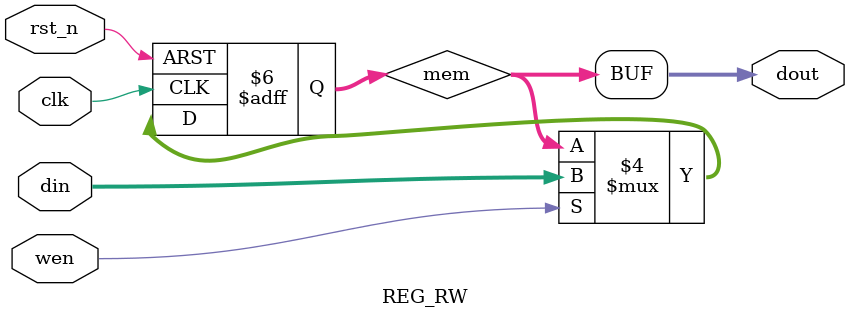
<source format=v>
module  REG_RW(
clk           ,
rst_n         ,
wen           ,
din           ,
dout           
);
parameter     INI = 8'h0  ;
parameter     DLY = 1      ;
input              clk     ;
input              rst_n   ;
input              wen     ;
input   [7:0]     din     ;
output  [7:0]     dout    ;

reg     [7:0]     mem     ;
wire    [7:0]     dout    ;


always @(negedge rst_n or posedge clk) begin
    if(rst_n == 1'b0) begin
        mem <= INI;
    end
    else begin
        if (wen == 1'b1) begin
            mem <= #DLY din;
        end
    end
end
assign dout = mem;

endmodule




</source>
